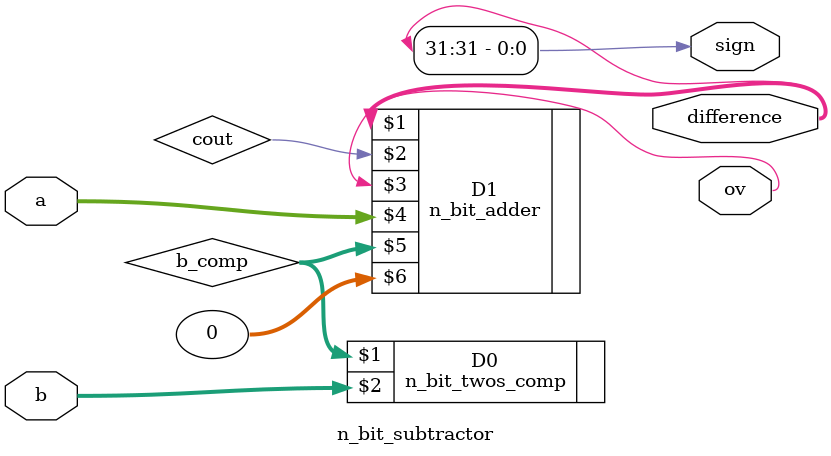
<source format=sv>
module n_bit_subtractor #(
	parameter N = 32
)
(
	output [N-1:0] difference,
	output sign, ov,
	input [N-1:0] a, b
);

logic [N-1:0] b_comp;
logic cout;

n_bit_twos_comp #(N) D0(b_comp, b);
n_bit_adder #(N) D1(difference, cout, ov, a, b_comp, 0);

assign sign = difference[N-1];

endmodule
</source>
